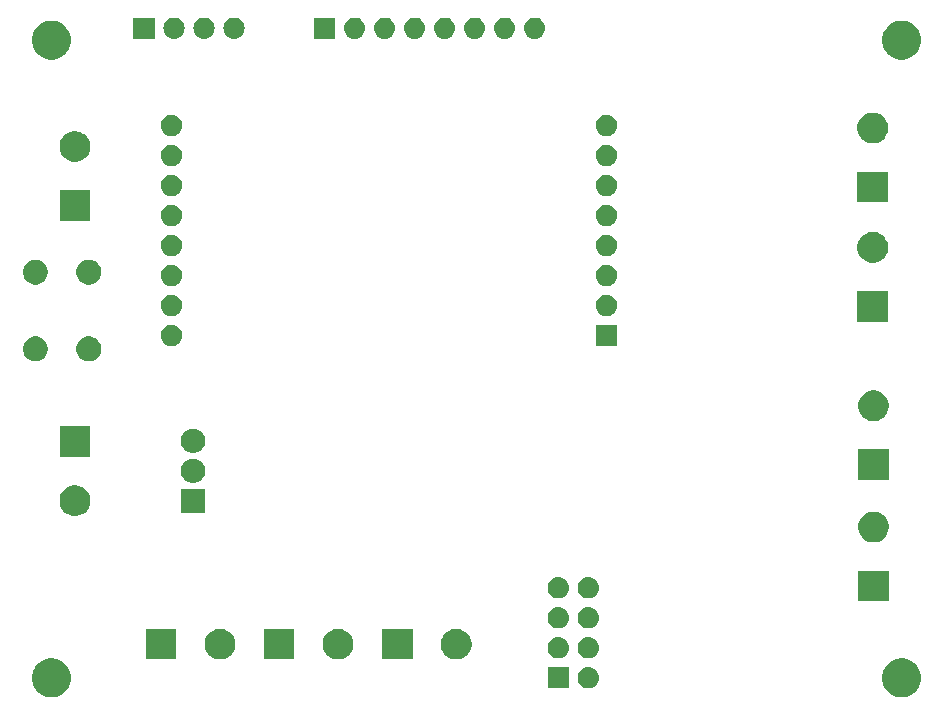
<source format=gbr>
G04 #@! TF.GenerationSoftware,KiCad,Pcbnew,5.1.2*
G04 #@! TF.CreationDate,2019-07-01T14:10:27+02:00*
G04 #@! TF.ProjectId,pcb,7063622e-6b69-4636-9164-5f7063625858,rev?*
G04 #@! TF.SameCoordinates,Original*
G04 #@! TF.FileFunction,Soldermask,Bot*
G04 #@! TF.FilePolarity,Negative*
%FSLAX46Y46*%
G04 Gerber Fmt 4.6, Leading zero omitted, Abs format (unit mm)*
G04 Created by KiCad (PCBNEW 5.1.2) date 2019-07-01 14:10:27*
%MOMM*%
%LPD*%
G04 APERTURE LIST*
%ADD10C,0.100000*%
G04 APERTURE END LIST*
D10*
G36*
X54375256Y-86391298D02*
G01*
X54481579Y-86412447D01*
X54782042Y-86536903D01*
X55052451Y-86717585D01*
X55282415Y-86947549D01*
X55417126Y-87149158D01*
X55463098Y-87217960D01*
X55587553Y-87518422D01*
X55645348Y-87808973D01*
X55651000Y-87837391D01*
X55651000Y-88162609D01*
X55587553Y-88481579D01*
X55463097Y-88782042D01*
X55282415Y-89052451D01*
X55052451Y-89282415D01*
X54782042Y-89463097D01*
X54481579Y-89587553D01*
X54375256Y-89608702D01*
X54162611Y-89651000D01*
X53837389Y-89651000D01*
X53624744Y-89608702D01*
X53518421Y-89587553D01*
X53217958Y-89463097D01*
X52947549Y-89282415D01*
X52717585Y-89052451D01*
X52536903Y-88782042D01*
X52412447Y-88481579D01*
X52349000Y-88162609D01*
X52349000Y-87837391D01*
X52354653Y-87808973D01*
X52412447Y-87518422D01*
X52536902Y-87217960D01*
X52582874Y-87149158D01*
X52717585Y-86947549D01*
X52947549Y-86717585D01*
X53217958Y-86536903D01*
X53518421Y-86412447D01*
X53624744Y-86391298D01*
X53837389Y-86349000D01*
X54162611Y-86349000D01*
X54375256Y-86391298D01*
X54375256Y-86391298D01*
G37*
G36*
X126375256Y-86391298D02*
G01*
X126481579Y-86412447D01*
X126782042Y-86536903D01*
X127052451Y-86717585D01*
X127282415Y-86947549D01*
X127417126Y-87149158D01*
X127463098Y-87217960D01*
X127587553Y-87518422D01*
X127645348Y-87808973D01*
X127651000Y-87837391D01*
X127651000Y-88162609D01*
X127587553Y-88481579D01*
X127463097Y-88782042D01*
X127282415Y-89052451D01*
X127052451Y-89282415D01*
X126782042Y-89463097D01*
X126481579Y-89587553D01*
X126375256Y-89608702D01*
X126162611Y-89651000D01*
X125837389Y-89651000D01*
X125624744Y-89608702D01*
X125518421Y-89587553D01*
X125217958Y-89463097D01*
X124947549Y-89282415D01*
X124717585Y-89052451D01*
X124536903Y-88782042D01*
X124412447Y-88481579D01*
X124349000Y-88162609D01*
X124349000Y-87837391D01*
X124354653Y-87808973D01*
X124412447Y-87518422D01*
X124536902Y-87217960D01*
X124582874Y-87149158D01*
X124717585Y-86947549D01*
X124947549Y-86717585D01*
X125217958Y-86536903D01*
X125518421Y-86412447D01*
X125624744Y-86391298D01*
X125837389Y-86349000D01*
X126162611Y-86349000D01*
X126375256Y-86391298D01*
X126375256Y-86391298D01*
G37*
G36*
X99576843Y-87091119D02*
G01*
X99643027Y-87097637D01*
X99812866Y-87149157D01*
X99969391Y-87232822D01*
X100005129Y-87262152D01*
X100106586Y-87345414D01*
X100189848Y-87446871D01*
X100219178Y-87482609D01*
X100302843Y-87639134D01*
X100354363Y-87808973D01*
X100371759Y-87985600D01*
X100354363Y-88162227D01*
X100302843Y-88332066D01*
X100219178Y-88488591D01*
X100189848Y-88524329D01*
X100106586Y-88625786D01*
X100005129Y-88709048D01*
X99969391Y-88738378D01*
X99812866Y-88822043D01*
X99643027Y-88873563D01*
X99576842Y-88880082D01*
X99510660Y-88886600D01*
X99422140Y-88886600D01*
X99355958Y-88880082D01*
X99289773Y-88873563D01*
X99119934Y-88822043D01*
X98963409Y-88738378D01*
X98927671Y-88709048D01*
X98826214Y-88625786D01*
X98742952Y-88524329D01*
X98713622Y-88488591D01*
X98629957Y-88332066D01*
X98578437Y-88162227D01*
X98561041Y-87985600D01*
X98578437Y-87808973D01*
X98629957Y-87639134D01*
X98713622Y-87482609D01*
X98742952Y-87446871D01*
X98826214Y-87345414D01*
X98927671Y-87262152D01*
X98963409Y-87232822D01*
X99119934Y-87149157D01*
X99289773Y-87097637D01*
X99355957Y-87091119D01*
X99422140Y-87084600D01*
X99510660Y-87084600D01*
X99576843Y-87091119D01*
X99576843Y-87091119D01*
G37*
G36*
X97827400Y-88886600D02*
G01*
X96025400Y-88886600D01*
X96025400Y-87084600D01*
X97827400Y-87084600D01*
X97827400Y-88886600D01*
X97827400Y-88886600D01*
G37*
G36*
X88661687Y-83890996D02*
G01*
X88898453Y-83989068D01*
X88898455Y-83989069D01*
X89111539Y-84131447D01*
X89292753Y-84312661D01*
X89435132Y-84525747D01*
X89533204Y-84762513D01*
X89583200Y-85013861D01*
X89583200Y-85270139D01*
X89533204Y-85521487D01*
X89491476Y-85622227D01*
X89435131Y-85758255D01*
X89292753Y-85971339D01*
X89111539Y-86152553D01*
X88898455Y-86294931D01*
X88898454Y-86294932D01*
X88898453Y-86294932D01*
X88661687Y-86393004D01*
X88410339Y-86443000D01*
X88154061Y-86443000D01*
X87902713Y-86393004D01*
X87665947Y-86294932D01*
X87665946Y-86294932D01*
X87665945Y-86294931D01*
X87452861Y-86152553D01*
X87271647Y-85971339D01*
X87129269Y-85758255D01*
X87072924Y-85622227D01*
X87031196Y-85521487D01*
X86981200Y-85270139D01*
X86981200Y-85013861D01*
X87031196Y-84762513D01*
X87129268Y-84525747D01*
X87271647Y-84312661D01*
X87452861Y-84131447D01*
X87665945Y-83989069D01*
X87665947Y-83989068D01*
X87902713Y-83890996D01*
X88154061Y-83841000D01*
X88410339Y-83841000D01*
X88661687Y-83890996D01*
X88661687Y-83890996D01*
G37*
G36*
X64583200Y-86443000D02*
G01*
X61981200Y-86443000D01*
X61981200Y-83841000D01*
X64583200Y-83841000D01*
X64583200Y-86443000D01*
X64583200Y-86443000D01*
G37*
G36*
X68661687Y-83890996D02*
G01*
X68898453Y-83989068D01*
X68898455Y-83989069D01*
X69111539Y-84131447D01*
X69292753Y-84312661D01*
X69435132Y-84525747D01*
X69533204Y-84762513D01*
X69583200Y-85013861D01*
X69583200Y-85270139D01*
X69533204Y-85521487D01*
X69491476Y-85622227D01*
X69435131Y-85758255D01*
X69292753Y-85971339D01*
X69111539Y-86152553D01*
X68898455Y-86294931D01*
X68898454Y-86294932D01*
X68898453Y-86294932D01*
X68661687Y-86393004D01*
X68410339Y-86443000D01*
X68154061Y-86443000D01*
X67902713Y-86393004D01*
X67665947Y-86294932D01*
X67665946Y-86294932D01*
X67665945Y-86294931D01*
X67452861Y-86152553D01*
X67271647Y-85971339D01*
X67129269Y-85758255D01*
X67072924Y-85622227D01*
X67031196Y-85521487D01*
X66981200Y-85270139D01*
X66981200Y-85013861D01*
X67031196Y-84762513D01*
X67129268Y-84525747D01*
X67271647Y-84312661D01*
X67452861Y-84131447D01*
X67665945Y-83989069D01*
X67665947Y-83989068D01*
X67902713Y-83890996D01*
X68154061Y-83841000D01*
X68410339Y-83841000D01*
X68661687Y-83890996D01*
X68661687Y-83890996D01*
G37*
G36*
X78661687Y-83890996D02*
G01*
X78898453Y-83989068D01*
X78898455Y-83989069D01*
X79111539Y-84131447D01*
X79292753Y-84312661D01*
X79435132Y-84525747D01*
X79533204Y-84762513D01*
X79583200Y-85013861D01*
X79583200Y-85270139D01*
X79533204Y-85521487D01*
X79491476Y-85622227D01*
X79435131Y-85758255D01*
X79292753Y-85971339D01*
X79111539Y-86152553D01*
X78898455Y-86294931D01*
X78898454Y-86294932D01*
X78898453Y-86294932D01*
X78661687Y-86393004D01*
X78410339Y-86443000D01*
X78154061Y-86443000D01*
X77902713Y-86393004D01*
X77665947Y-86294932D01*
X77665946Y-86294932D01*
X77665945Y-86294931D01*
X77452861Y-86152553D01*
X77271647Y-85971339D01*
X77129269Y-85758255D01*
X77072924Y-85622227D01*
X77031196Y-85521487D01*
X76981200Y-85270139D01*
X76981200Y-85013861D01*
X77031196Y-84762513D01*
X77129268Y-84525747D01*
X77271647Y-84312661D01*
X77452861Y-84131447D01*
X77665945Y-83989069D01*
X77665947Y-83989068D01*
X77902713Y-83890996D01*
X78154061Y-83841000D01*
X78410339Y-83841000D01*
X78661687Y-83890996D01*
X78661687Y-83890996D01*
G37*
G36*
X74583200Y-86443000D02*
G01*
X71981200Y-86443000D01*
X71981200Y-83841000D01*
X74583200Y-83841000D01*
X74583200Y-86443000D01*
X74583200Y-86443000D01*
G37*
G36*
X84583200Y-86443000D02*
G01*
X81981200Y-86443000D01*
X81981200Y-83841000D01*
X84583200Y-83841000D01*
X84583200Y-86443000D01*
X84583200Y-86443000D01*
G37*
G36*
X97036842Y-84551118D02*
G01*
X97103027Y-84557637D01*
X97272866Y-84609157D01*
X97429391Y-84692822D01*
X97465129Y-84722152D01*
X97566586Y-84805414D01*
X97649848Y-84906871D01*
X97679178Y-84942609D01*
X97762843Y-85099134D01*
X97814363Y-85268973D01*
X97831759Y-85445600D01*
X97814363Y-85622227D01*
X97762843Y-85792066D01*
X97679178Y-85948591D01*
X97660509Y-85971339D01*
X97566586Y-86085786D01*
X97485229Y-86152553D01*
X97429391Y-86198378D01*
X97272866Y-86282043D01*
X97103027Y-86333563D01*
X97036843Y-86340081D01*
X96970660Y-86346600D01*
X96882140Y-86346600D01*
X96815957Y-86340081D01*
X96749773Y-86333563D01*
X96579934Y-86282043D01*
X96423409Y-86198378D01*
X96367571Y-86152553D01*
X96286214Y-86085786D01*
X96192291Y-85971339D01*
X96173622Y-85948591D01*
X96089957Y-85792066D01*
X96038437Y-85622227D01*
X96021041Y-85445600D01*
X96038437Y-85268973D01*
X96089957Y-85099134D01*
X96173622Y-84942609D01*
X96202952Y-84906871D01*
X96286214Y-84805414D01*
X96387671Y-84722152D01*
X96423409Y-84692822D01*
X96579934Y-84609157D01*
X96749773Y-84557637D01*
X96815958Y-84551118D01*
X96882140Y-84544600D01*
X96970660Y-84544600D01*
X97036842Y-84551118D01*
X97036842Y-84551118D01*
G37*
G36*
X99576842Y-84551118D02*
G01*
X99643027Y-84557637D01*
X99812866Y-84609157D01*
X99969391Y-84692822D01*
X100005129Y-84722152D01*
X100106586Y-84805414D01*
X100189848Y-84906871D01*
X100219178Y-84942609D01*
X100302843Y-85099134D01*
X100354363Y-85268973D01*
X100371759Y-85445600D01*
X100354363Y-85622227D01*
X100302843Y-85792066D01*
X100219178Y-85948591D01*
X100200509Y-85971339D01*
X100106586Y-86085786D01*
X100025229Y-86152553D01*
X99969391Y-86198378D01*
X99812866Y-86282043D01*
X99643027Y-86333563D01*
X99576843Y-86340081D01*
X99510660Y-86346600D01*
X99422140Y-86346600D01*
X99355957Y-86340081D01*
X99289773Y-86333563D01*
X99119934Y-86282043D01*
X98963409Y-86198378D01*
X98907571Y-86152553D01*
X98826214Y-86085786D01*
X98732291Y-85971339D01*
X98713622Y-85948591D01*
X98629957Y-85792066D01*
X98578437Y-85622227D01*
X98561041Y-85445600D01*
X98578437Y-85268973D01*
X98629957Y-85099134D01*
X98713622Y-84942609D01*
X98742952Y-84906871D01*
X98826214Y-84805414D01*
X98927671Y-84722152D01*
X98963409Y-84692822D01*
X99119934Y-84609157D01*
X99289773Y-84557637D01*
X99355958Y-84551118D01*
X99422140Y-84544600D01*
X99510660Y-84544600D01*
X99576842Y-84551118D01*
X99576842Y-84551118D01*
G37*
G36*
X97036843Y-82011119D02*
G01*
X97103027Y-82017637D01*
X97272866Y-82069157D01*
X97429391Y-82152822D01*
X97465129Y-82182152D01*
X97566586Y-82265414D01*
X97649848Y-82366871D01*
X97679178Y-82402609D01*
X97762843Y-82559134D01*
X97814363Y-82728973D01*
X97831759Y-82905600D01*
X97814363Y-83082227D01*
X97762843Y-83252066D01*
X97679178Y-83408591D01*
X97649848Y-83444329D01*
X97566586Y-83545786D01*
X97465129Y-83629048D01*
X97429391Y-83658378D01*
X97272866Y-83742043D01*
X97103027Y-83793563D01*
X97036843Y-83800081D01*
X96970660Y-83806600D01*
X96882140Y-83806600D01*
X96815957Y-83800081D01*
X96749773Y-83793563D01*
X96579934Y-83742043D01*
X96423409Y-83658378D01*
X96387671Y-83629048D01*
X96286214Y-83545786D01*
X96202952Y-83444329D01*
X96173622Y-83408591D01*
X96089957Y-83252066D01*
X96038437Y-83082227D01*
X96021041Y-82905600D01*
X96038437Y-82728973D01*
X96089957Y-82559134D01*
X96173622Y-82402609D01*
X96202952Y-82366871D01*
X96286214Y-82265414D01*
X96387671Y-82182152D01*
X96423409Y-82152822D01*
X96579934Y-82069157D01*
X96749773Y-82017637D01*
X96815957Y-82011119D01*
X96882140Y-82004600D01*
X96970660Y-82004600D01*
X97036843Y-82011119D01*
X97036843Y-82011119D01*
G37*
G36*
X99576843Y-82011119D02*
G01*
X99643027Y-82017637D01*
X99812866Y-82069157D01*
X99969391Y-82152822D01*
X100005129Y-82182152D01*
X100106586Y-82265414D01*
X100189848Y-82366871D01*
X100219178Y-82402609D01*
X100302843Y-82559134D01*
X100354363Y-82728973D01*
X100371759Y-82905600D01*
X100354363Y-83082227D01*
X100302843Y-83252066D01*
X100219178Y-83408591D01*
X100189848Y-83444329D01*
X100106586Y-83545786D01*
X100005129Y-83629048D01*
X99969391Y-83658378D01*
X99812866Y-83742043D01*
X99643027Y-83793563D01*
X99576843Y-83800081D01*
X99510660Y-83806600D01*
X99422140Y-83806600D01*
X99355957Y-83800081D01*
X99289773Y-83793563D01*
X99119934Y-83742043D01*
X98963409Y-83658378D01*
X98927671Y-83629048D01*
X98826214Y-83545786D01*
X98742952Y-83444329D01*
X98713622Y-83408591D01*
X98629957Y-83252066D01*
X98578437Y-83082227D01*
X98561041Y-82905600D01*
X98578437Y-82728973D01*
X98629957Y-82559134D01*
X98713622Y-82402609D01*
X98742952Y-82366871D01*
X98826214Y-82265414D01*
X98927671Y-82182152D01*
X98963409Y-82152822D01*
X99119934Y-82069157D01*
X99289773Y-82017637D01*
X99355957Y-82011119D01*
X99422140Y-82004600D01*
X99510660Y-82004600D01*
X99576843Y-82011119D01*
X99576843Y-82011119D01*
G37*
G36*
X124926800Y-81522400D02*
G01*
X122324800Y-81522400D01*
X122324800Y-78920400D01*
X124926800Y-78920400D01*
X124926800Y-81522400D01*
X124926800Y-81522400D01*
G37*
G36*
X97036842Y-79471118D02*
G01*
X97103027Y-79477637D01*
X97272866Y-79529157D01*
X97429391Y-79612822D01*
X97465129Y-79642152D01*
X97566586Y-79725414D01*
X97649848Y-79826871D01*
X97679178Y-79862609D01*
X97762843Y-80019134D01*
X97814363Y-80188973D01*
X97831759Y-80365600D01*
X97814363Y-80542227D01*
X97762843Y-80712066D01*
X97679178Y-80868591D01*
X97649848Y-80904329D01*
X97566586Y-81005786D01*
X97465129Y-81089048D01*
X97429391Y-81118378D01*
X97272866Y-81202043D01*
X97103027Y-81253563D01*
X97036842Y-81260082D01*
X96970660Y-81266600D01*
X96882140Y-81266600D01*
X96815958Y-81260082D01*
X96749773Y-81253563D01*
X96579934Y-81202043D01*
X96423409Y-81118378D01*
X96387671Y-81089048D01*
X96286214Y-81005786D01*
X96202952Y-80904329D01*
X96173622Y-80868591D01*
X96089957Y-80712066D01*
X96038437Y-80542227D01*
X96021041Y-80365600D01*
X96038437Y-80188973D01*
X96089957Y-80019134D01*
X96173622Y-79862609D01*
X96202952Y-79826871D01*
X96286214Y-79725414D01*
X96387671Y-79642152D01*
X96423409Y-79612822D01*
X96579934Y-79529157D01*
X96749773Y-79477637D01*
X96815958Y-79471118D01*
X96882140Y-79464600D01*
X96970660Y-79464600D01*
X97036842Y-79471118D01*
X97036842Y-79471118D01*
G37*
G36*
X99576842Y-79471118D02*
G01*
X99643027Y-79477637D01*
X99812866Y-79529157D01*
X99969391Y-79612822D01*
X100005129Y-79642152D01*
X100106586Y-79725414D01*
X100189848Y-79826871D01*
X100219178Y-79862609D01*
X100302843Y-80019134D01*
X100354363Y-80188973D01*
X100371759Y-80365600D01*
X100354363Y-80542227D01*
X100302843Y-80712066D01*
X100219178Y-80868591D01*
X100189848Y-80904329D01*
X100106586Y-81005786D01*
X100005129Y-81089048D01*
X99969391Y-81118378D01*
X99812866Y-81202043D01*
X99643027Y-81253563D01*
X99576842Y-81260082D01*
X99510660Y-81266600D01*
X99422140Y-81266600D01*
X99355958Y-81260082D01*
X99289773Y-81253563D01*
X99119934Y-81202043D01*
X98963409Y-81118378D01*
X98927671Y-81089048D01*
X98826214Y-81005786D01*
X98742952Y-80904329D01*
X98713622Y-80868591D01*
X98629957Y-80712066D01*
X98578437Y-80542227D01*
X98561041Y-80365600D01*
X98578437Y-80188973D01*
X98629957Y-80019134D01*
X98713622Y-79862609D01*
X98742952Y-79826871D01*
X98826214Y-79725414D01*
X98927671Y-79642152D01*
X98963409Y-79612822D01*
X99119934Y-79529157D01*
X99289773Y-79477637D01*
X99355958Y-79471118D01*
X99422140Y-79464600D01*
X99510660Y-79464600D01*
X99576842Y-79471118D01*
X99576842Y-79471118D01*
G37*
G36*
X124005287Y-73970396D02*
G01*
X124242053Y-74068468D01*
X124242055Y-74068469D01*
X124368461Y-74152931D01*
X124455139Y-74210847D01*
X124636353Y-74392061D01*
X124778732Y-74605147D01*
X124876804Y-74841913D01*
X124926800Y-75093261D01*
X124926800Y-75349539D01*
X124876804Y-75600887D01*
X124778732Y-75837653D01*
X124778731Y-75837655D01*
X124636353Y-76050739D01*
X124455139Y-76231953D01*
X124242055Y-76374331D01*
X124242054Y-76374332D01*
X124242053Y-76374332D01*
X124005287Y-76472404D01*
X123753939Y-76522400D01*
X123497661Y-76522400D01*
X123246313Y-76472404D01*
X123009547Y-76374332D01*
X123009546Y-76374332D01*
X123009545Y-76374331D01*
X122796461Y-76231953D01*
X122615247Y-76050739D01*
X122472869Y-75837655D01*
X122472868Y-75837653D01*
X122374796Y-75600887D01*
X122324800Y-75349539D01*
X122324800Y-75093261D01*
X122374796Y-74841913D01*
X122472868Y-74605147D01*
X122615247Y-74392061D01*
X122796461Y-74210847D01*
X122883139Y-74152931D01*
X123009545Y-74068469D01*
X123009547Y-74068468D01*
X123246313Y-73970396D01*
X123497661Y-73920400D01*
X123753939Y-73920400D01*
X124005287Y-73970396D01*
X124005287Y-73970396D01*
G37*
G36*
X56379487Y-71748996D02*
G01*
X56616253Y-71847068D01*
X56616255Y-71847069D01*
X56829339Y-71989447D01*
X57010553Y-72170661D01*
X57152932Y-72383747D01*
X57251004Y-72620513D01*
X57301000Y-72871861D01*
X57301000Y-73128139D01*
X57251004Y-73379487D01*
X57152932Y-73616253D01*
X57152931Y-73616255D01*
X57010553Y-73829339D01*
X56829339Y-74010553D01*
X56616255Y-74152931D01*
X56616254Y-74152932D01*
X56616253Y-74152932D01*
X56379487Y-74251004D01*
X56128139Y-74301000D01*
X55871861Y-74301000D01*
X55620513Y-74251004D01*
X55383747Y-74152932D01*
X55383746Y-74152932D01*
X55383745Y-74152931D01*
X55170661Y-74010553D01*
X54989447Y-73829339D01*
X54847069Y-73616255D01*
X54847068Y-73616253D01*
X54748996Y-73379487D01*
X54699000Y-73128139D01*
X54699000Y-72871861D01*
X54748996Y-72620513D01*
X54847068Y-72383747D01*
X54989447Y-72170661D01*
X55170661Y-71989447D01*
X55383745Y-71847069D01*
X55383747Y-71847068D01*
X55620513Y-71748996D01*
X55871861Y-71699000D01*
X56128139Y-71699000D01*
X56379487Y-71748996D01*
X56379487Y-71748996D01*
G37*
G36*
X67051000Y-74003500D02*
G01*
X64949000Y-74003500D01*
X64949000Y-71996500D01*
X67051000Y-71996500D01*
X67051000Y-74003500D01*
X67051000Y-74003500D01*
G37*
G36*
X66145936Y-69461340D02*
G01*
X66244220Y-69471020D01*
X66433381Y-69528401D01*
X66607712Y-69621583D01*
X66760515Y-69746985D01*
X66885917Y-69899788D01*
X66979099Y-70074119D01*
X67036480Y-70263280D01*
X67055855Y-70460000D01*
X67036480Y-70656720D01*
X66979099Y-70845881D01*
X66885917Y-71020212D01*
X66760515Y-71173015D01*
X66607712Y-71298417D01*
X66433381Y-71391599D01*
X66244220Y-71448980D01*
X66145936Y-71458660D01*
X66096795Y-71463500D01*
X65903205Y-71463500D01*
X65854064Y-71458660D01*
X65755780Y-71448980D01*
X65566619Y-71391599D01*
X65392288Y-71298417D01*
X65239485Y-71173015D01*
X65114083Y-71020212D01*
X65020901Y-70845881D01*
X64963520Y-70656720D01*
X64944145Y-70460000D01*
X64963520Y-70263280D01*
X65020901Y-70074119D01*
X65114083Y-69899788D01*
X65239485Y-69746985D01*
X65392288Y-69621583D01*
X65566619Y-69528401D01*
X65755780Y-69471020D01*
X65854064Y-69461340D01*
X65903205Y-69456500D01*
X66096795Y-69456500D01*
X66145936Y-69461340D01*
X66145936Y-69461340D01*
G37*
G36*
X124913400Y-71265200D02*
G01*
X122311400Y-71265200D01*
X122311400Y-68663200D01*
X124913400Y-68663200D01*
X124913400Y-71265200D01*
X124913400Y-71265200D01*
G37*
G36*
X57301000Y-69301000D02*
G01*
X54699000Y-69301000D01*
X54699000Y-66699000D01*
X57301000Y-66699000D01*
X57301000Y-69301000D01*
X57301000Y-69301000D01*
G37*
G36*
X66145936Y-66921340D02*
G01*
X66244220Y-66931020D01*
X66433381Y-66988401D01*
X66607712Y-67081583D01*
X66760515Y-67206985D01*
X66885917Y-67359788D01*
X66979099Y-67534119D01*
X67036480Y-67723280D01*
X67055855Y-67920000D01*
X67036480Y-68116720D01*
X66979099Y-68305881D01*
X66885917Y-68480212D01*
X66760515Y-68633015D01*
X66607712Y-68758417D01*
X66433381Y-68851599D01*
X66244220Y-68908980D01*
X66145936Y-68918660D01*
X66096795Y-68923500D01*
X65903205Y-68923500D01*
X65854064Y-68918660D01*
X65755780Y-68908980D01*
X65566619Y-68851599D01*
X65392288Y-68758417D01*
X65239485Y-68633015D01*
X65114083Y-68480212D01*
X65020901Y-68305881D01*
X64963520Y-68116720D01*
X64944145Y-67920000D01*
X64963520Y-67723280D01*
X65020901Y-67534119D01*
X65114083Y-67359788D01*
X65239485Y-67206985D01*
X65392288Y-67081583D01*
X65566619Y-66988401D01*
X65755780Y-66931020D01*
X65854064Y-66921340D01*
X65903205Y-66916500D01*
X66096795Y-66916500D01*
X66145936Y-66921340D01*
X66145936Y-66921340D01*
G37*
G36*
X123991887Y-63713196D02*
G01*
X124228653Y-63811268D01*
X124228655Y-63811269D01*
X124441739Y-63953647D01*
X124622953Y-64134861D01*
X124765332Y-64347947D01*
X124863404Y-64584713D01*
X124913400Y-64836061D01*
X124913400Y-65092339D01*
X124863404Y-65343687D01*
X124765332Y-65580453D01*
X124765331Y-65580455D01*
X124622953Y-65793539D01*
X124441739Y-65974753D01*
X124228655Y-66117131D01*
X124228654Y-66117132D01*
X124228653Y-66117132D01*
X123991887Y-66215204D01*
X123740539Y-66265200D01*
X123484261Y-66265200D01*
X123232913Y-66215204D01*
X122996147Y-66117132D01*
X122996146Y-66117132D01*
X122996145Y-66117131D01*
X122783061Y-65974753D01*
X122601847Y-65793539D01*
X122459469Y-65580455D01*
X122459468Y-65580453D01*
X122361396Y-65343687D01*
X122311400Y-65092339D01*
X122311400Y-64836061D01*
X122361396Y-64584713D01*
X122459468Y-64347947D01*
X122601847Y-64134861D01*
X122783061Y-63953647D01*
X122996145Y-63811269D01*
X122996147Y-63811268D01*
X123232913Y-63713196D01*
X123484261Y-63663200D01*
X123740539Y-63663200D01*
X123991887Y-63713196D01*
X123991887Y-63713196D01*
G37*
G36*
X57469264Y-59134189D02*
G01*
X57660533Y-59213415D01*
X57660535Y-59213416D01*
X57734460Y-59262811D01*
X57832673Y-59328435D01*
X57979065Y-59474827D01*
X58094085Y-59646967D01*
X58173311Y-59838236D01*
X58213700Y-60041284D01*
X58213700Y-60248316D01*
X58173311Y-60451364D01*
X58094085Y-60642633D01*
X58094084Y-60642635D01*
X57979065Y-60814773D01*
X57832673Y-60961165D01*
X57660535Y-61076184D01*
X57660534Y-61076185D01*
X57660533Y-61076185D01*
X57469264Y-61155411D01*
X57266216Y-61195800D01*
X57059184Y-61195800D01*
X56856136Y-61155411D01*
X56664867Y-61076185D01*
X56664866Y-61076185D01*
X56664865Y-61076184D01*
X56492727Y-60961165D01*
X56346335Y-60814773D01*
X56231316Y-60642635D01*
X56231315Y-60642633D01*
X56152089Y-60451364D01*
X56111700Y-60248316D01*
X56111700Y-60041284D01*
X56152089Y-59838236D01*
X56231315Y-59646967D01*
X56346335Y-59474827D01*
X56492727Y-59328435D01*
X56590940Y-59262811D01*
X56664865Y-59213416D01*
X56664867Y-59213415D01*
X56856136Y-59134189D01*
X57059184Y-59093800D01*
X57266216Y-59093800D01*
X57469264Y-59134189D01*
X57469264Y-59134189D01*
G37*
G36*
X52969264Y-59134189D02*
G01*
X53160533Y-59213415D01*
X53160535Y-59213416D01*
X53234460Y-59262811D01*
X53332673Y-59328435D01*
X53479065Y-59474827D01*
X53594085Y-59646967D01*
X53673311Y-59838236D01*
X53713700Y-60041284D01*
X53713700Y-60248316D01*
X53673311Y-60451364D01*
X53594085Y-60642633D01*
X53594084Y-60642635D01*
X53479065Y-60814773D01*
X53332673Y-60961165D01*
X53160535Y-61076184D01*
X53160534Y-61076185D01*
X53160533Y-61076185D01*
X52969264Y-61155411D01*
X52766216Y-61195800D01*
X52559184Y-61195800D01*
X52356136Y-61155411D01*
X52164867Y-61076185D01*
X52164866Y-61076185D01*
X52164865Y-61076184D01*
X51992727Y-60961165D01*
X51846335Y-60814773D01*
X51731316Y-60642635D01*
X51731315Y-60642633D01*
X51652089Y-60451364D01*
X51611700Y-60248316D01*
X51611700Y-60041284D01*
X51652089Y-59838236D01*
X51731315Y-59646967D01*
X51846335Y-59474827D01*
X51992727Y-59328435D01*
X52090940Y-59262811D01*
X52164865Y-59213416D01*
X52164867Y-59213415D01*
X52356136Y-59134189D01*
X52559184Y-59093800D01*
X52766216Y-59093800D01*
X52969264Y-59134189D01*
X52969264Y-59134189D01*
G37*
G36*
X64283512Y-58103927D02*
G01*
X64432812Y-58133624D01*
X64596784Y-58201544D01*
X64744354Y-58300147D01*
X64869853Y-58425646D01*
X64968456Y-58573216D01*
X65036376Y-58737188D01*
X65071000Y-58911259D01*
X65071000Y-59088741D01*
X65036376Y-59262812D01*
X64968456Y-59426784D01*
X64869853Y-59574354D01*
X64744354Y-59699853D01*
X64596784Y-59798456D01*
X64432812Y-59866376D01*
X64283512Y-59896073D01*
X64258742Y-59901000D01*
X64081258Y-59901000D01*
X64056488Y-59896073D01*
X63907188Y-59866376D01*
X63743216Y-59798456D01*
X63595646Y-59699853D01*
X63470147Y-59574354D01*
X63371544Y-59426784D01*
X63303624Y-59262812D01*
X63269000Y-59088741D01*
X63269000Y-58911259D01*
X63303624Y-58737188D01*
X63371544Y-58573216D01*
X63470147Y-58425646D01*
X63595646Y-58300147D01*
X63743216Y-58201544D01*
X63907188Y-58133624D01*
X64056488Y-58103927D01*
X64081258Y-58099000D01*
X64258742Y-58099000D01*
X64283512Y-58103927D01*
X64283512Y-58103927D01*
G37*
G36*
X101901000Y-59901000D02*
G01*
X100099000Y-59901000D01*
X100099000Y-58099000D01*
X101901000Y-58099000D01*
X101901000Y-59901000D01*
X101901000Y-59901000D01*
G37*
G36*
X124854220Y-57840560D02*
G01*
X122252220Y-57840560D01*
X122252220Y-55238560D01*
X124854220Y-55238560D01*
X124854220Y-57840560D01*
X124854220Y-57840560D01*
G37*
G36*
X64283512Y-55563927D02*
G01*
X64432812Y-55593624D01*
X64596784Y-55661544D01*
X64744354Y-55760147D01*
X64869853Y-55885646D01*
X64968456Y-56033216D01*
X65036376Y-56197188D01*
X65071000Y-56371259D01*
X65071000Y-56548741D01*
X65036376Y-56722812D01*
X64968456Y-56886784D01*
X64869853Y-57034354D01*
X64744354Y-57159853D01*
X64596784Y-57258456D01*
X64432812Y-57326376D01*
X64283512Y-57356073D01*
X64258742Y-57361000D01*
X64081258Y-57361000D01*
X64056488Y-57356073D01*
X63907188Y-57326376D01*
X63743216Y-57258456D01*
X63595646Y-57159853D01*
X63470147Y-57034354D01*
X63371544Y-56886784D01*
X63303624Y-56722812D01*
X63269000Y-56548741D01*
X63269000Y-56371259D01*
X63303624Y-56197188D01*
X63371544Y-56033216D01*
X63470147Y-55885646D01*
X63595646Y-55760147D01*
X63743216Y-55661544D01*
X63907188Y-55593624D01*
X64056488Y-55563927D01*
X64081258Y-55559000D01*
X64258742Y-55559000D01*
X64283512Y-55563927D01*
X64283512Y-55563927D01*
G37*
G36*
X101113512Y-55563927D02*
G01*
X101262812Y-55593624D01*
X101426784Y-55661544D01*
X101574354Y-55760147D01*
X101699853Y-55885646D01*
X101798456Y-56033216D01*
X101866376Y-56197188D01*
X101901000Y-56371259D01*
X101901000Y-56548741D01*
X101866376Y-56722812D01*
X101798456Y-56886784D01*
X101699853Y-57034354D01*
X101574354Y-57159853D01*
X101426784Y-57258456D01*
X101262812Y-57326376D01*
X101113512Y-57356073D01*
X101088742Y-57361000D01*
X100911258Y-57361000D01*
X100886488Y-57356073D01*
X100737188Y-57326376D01*
X100573216Y-57258456D01*
X100425646Y-57159853D01*
X100300147Y-57034354D01*
X100201544Y-56886784D01*
X100133624Y-56722812D01*
X100099000Y-56548741D01*
X100099000Y-56371259D01*
X100133624Y-56197188D01*
X100201544Y-56033216D01*
X100300147Y-55885646D01*
X100425646Y-55760147D01*
X100573216Y-55661544D01*
X100737188Y-55593624D01*
X100886488Y-55563927D01*
X100911258Y-55559000D01*
X101088742Y-55559000D01*
X101113512Y-55563927D01*
X101113512Y-55563927D01*
G37*
G36*
X101113512Y-53023927D02*
G01*
X101262812Y-53053624D01*
X101426784Y-53121544D01*
X101574354Y-53220147D01*
X101699853Y-53345646D01*
X101798456Y-53493216D01*
X101866376Y-53657188D01*
X101901000Y-53831259D01*
X101901000Y-54008741D01*
X101866376Y-54182812D01*
X101798456Y-54346784D01*
X101699853Y-54494354D01*
X101574354Y-54619853D01*
X101426784Y-54718456D01*
X101262812Y-54786376D01*
X101113512Y-54816073D01*
X101088742Y-54821000D01*
X100911258Y-54821000D01*
X100886488Y-54816073D01*
X100737188Y-54786376D01*
X100573216Y-54718456D01*
X100425646Y-54619853D01*
X100300147Y-54494354D01*
X100201544Y-54346784D01*
X100133624Y-54182812D01*
X100099000Y-54008741D01*
X100099000Y-53831259D01*
X100133624Y-53657188D01*
X100201544Y-53493216D01*
X100300147Y-53345646D01*
X100425646Y-53220147D01*
X100573216Y-53121544D01*
X100737188Y-53053624D01*
X100886488Y-53023927D01*
X100911258Y-53019000D01*
X101088742Y-53019000D01*
X101113512Y-53023927D01*
X101113512Y-53023927D01*
G37*
G36*
X64283512Y-53023927D02*
G01*
X64432812Y-53053624D01*
X64596784Y-53121544D01*
X64744354Y-53220147D01*
X64869853Y-53345646D01*
X64968456Y-53493216D01*
X65036376Y-53657188D01*
X65071000Y-53831259D01*
X65071000Y-54008741D01*
X65036376Y-54182812D01*
X64968456Y-54346784D01*
X64869853Y-54494354D01*
X64744354Y-54619853D01*
X64596784Y-54718456D01*
X64432812Y-54786376D01*
X64283512Y-54816073D01*
X64258742Y-54821000D01*
X64081258Y-54821000D01*
X64056488Y-54816073D01*
X63907188Y-54786376D01*
X63743216Y-54718456D01*
X63595646Y-54619853D01*
X63470147Y-54494354D01*
X63371544Y-54346784D01*
X63303624Y-54182812D01*
X63269000Y-54008741D01*
X63269000Y-53831259D01*
X63303624Y-53657188D01*
X63371544Y-53493216D01*
X63470147Y-53345646D01*
X63595646Y-53220147D01*
X63743216Y-53121544D01*
X63907188Y-53053624D01*
X64056488Y-53023927D01*
X64081258Y-53019000D01*
X64258742Y-53019000D01*
X64283512Y-53023927D01*
X64283512Y-53023927D01*
G37*
G36*
X57469264Y-52634189D02*
G01*
X57610020Y-52692492D01*
X57660535Y-52713416D01*
X57832673Y-52828435D01*
X57979065Y-52974827D01*
X58031716Y-53053624D01*
X58094085Y-53146967D01*
X58173311Y-53338236D01*
X58213700Y-53541284D01*
X58213700Y-53748316D01*
X58173311Y-53951364D01*
X58149544Y-54008742D01*
X58094084Y-54142635D01*
X57979065Y-54314773D01*
X57832673Y-54461165D01*
X57660535Y-54576184D01*
X57660534Y-54576185D01*
X57660533Y-54576185D01*
X57469264Y-54655411D01*
X57266216Y-54695800D01*
X57059184Y-54695800D01*
X56856136Y-54655411D01*
X56664867Y-54576185D01*
X56664866Y-54576185D01*
X56664865Y-54576184D01*
X56492727Y-54461165D01*
X56346335Y-54314773D01*
X56231316Y-54142635D01*
X56175856Y-54008742D01*
X56152089Y-53951364D01*
X56111700Y-53748316D01*
X56111700Y-53541284D01*
X56152089Y-53338236D01*
X56231315Y-53146967D01*
X56293685Y-53053624D01*
X56346335Y-52974827D01*
X56492727Y-52828435D01*
X56664865Y-52713416D01*
X56715380Y-52692492D01*
X56856136Y-52634189D01*
X57059184Y-52593800D01*
X57266216Y-52593800D01*
X57469264Y-52634189D01*
X57469264Y-52634189D01*
G37*
G36*
X52969264Y-52634189D02*
G01*
X53110020Y-52692492D01*
X53160535Y-52713416D01*
X53332673Y-52828435D01*
X53479065Y-52974827D01*
X53531716Y-53053624D01*
X53594085Y-53146967D01*
X53673311Y-53338236D01*
X53713700Y-53541284D01*
X53713700Y-53748316D01*
X53673311Y-53951364D01*
X53649544Y-54008742D01*
X53594084Y-54142635D01*
X53479065Y-54314773D01*
X53332673Y-54461165D01*
X53160535Y-54576184D01*
X53160534Y-54576185D01*
X53160533Y-54576185D01*
X52969264Y-54655411D01*
X52766216Y-54695800D01*
X52559184Y-54695800D01*
X52356136Y-54655411D01*
X52164867Y-54576185D01*
X52164866Y-54576185D01*
X52164865Y-54576184D01*
X51992727Y-54461165D01*
X51846335Y-54314773D01*
X51731316Y-54142635D01*
X51675856Y-54008742D01*
X51652089Y-53951364D01*
X51611700Y-53748316D01*
X51611700Y-53541284D01*
X51652089Y-53338236D01*
X51731315Y-53146967D01*
X51793685Y-53053624D01*
X51846335Y-52974827D01*
X51992727Y-52828435D01*
X52164865Y-52713416D01*
X52215380Y-52692492D01*
X52356136Y-52634189D01*
X52559184Y-52593800D01*
X52766216Y-52593800D01*
X52969264Y-52634189D01*
X52969264Y-52634189D01*
G37*
G36*
X123932707Y-50288556D02*
G01*
X124169473Y-50386628D01*
X124169475Y-50386629D01*
X124382559Y-50529007D01*
X124563773Y-50710221D01*
X124627535Y-50805647D01*
X124706152Y-50923307D01*
X124804224Y-51160073D01*
X124854220Y-51411421D01*
X124854220Y-51667699D01*
X124804224Y-51919047D01*
X124706152Y-52155813D01*
X124706151Y-52155815D01*
X124563773Y-52368899D01*
X124382559Y-52550113D01*
X124169475Y-52692491D01*
X124169474Y-52692492D01*
X124169473Y-52692492D01*
X123932707Y-52790564D01*
X123681359Y-52840560D01*
X123425081Y-52840560D01*
X123173733Y-52790564D01*
X122936967Y-52692492D01*
X122936966Y-52692492D01*
X122936965Y-52692491D01*
X122723881Y-52550113D01*
X122542667Y-52368899D01*
X122400289Y-52155815D01*
X122400288Y-52155813D01*
X122302216Y-51919047D01*
X122252220Y-51667699D01*
X122252220Y-51411421D01*
X122302216Y-51160073D01*
X122400288Y-50923307D01*
X122478906Y-50805647D01*
X122542667Y-50710221D01*
X122723881Y-50529007D01*
X122936965Y-50386629D01*
X122936967Y-50386628D01*
X123173733Y-50288556D01*
X123425081Y-50238560D01*
X123681359Y-50238560D01*
X123932707Y-50288556D01*
X123932707Y-50288556D01*
G37*
G36*
X64283512Y-50483927D02*
G01*
X64432812Y-50513624D01*
X64596784Y-50581544D01*
X64744354Y-50680147D01*
X64869853Y-50805646D01*
X64968456Y-50953216D01*
X65036376Y-51117188D01*
X65071000Y-51291259D01*
X65071000Y-51468741D01*
X65036376Y-51642812D01*
X64968456Y-51806784D01*
X64869853Y-51954354D01*
X64744354Y-52079853D01*
X64596784Y-52178456D01*
X64432812Y-52246376D01*
X64283512Y-52276073D01*
X64258742Y-52281000D01*
X64081258Y-52281000D01*
X64056488Y-52276073D01*
X63907188Y-52246376D01*
X63743216Y-52178456D01*
X63595646Y-52079853D01*
X63470147Y-51954354D01*
X63371544Y-51806784D01*
X63303624Y-51642812D01*
X63269000Y-51468741D01*
X63269000Y-51291259D01*
X63303624Y-51117188D01*
X63371544Y-50953216D01*
X63470147Y-50805646D01*
X63595646Y-50680147D01*
X63743216Y-50581544D01*
X63907188Y-50513624D01*
X64056488Y-50483927D01*
X64081258Y-50479000D01*
X64258742Y-50479000D01*
X64283512Y-50483927D01*
X64283512Y-50483927D01*
G37*
G36*
X101113512Y-50483927D02*
G01*
X101262812Y-50513624D01*
X101426784Y-50581544D01*
X101574354Y-50680147D01*
X101699853Y-50805646D01*
X101798456Y-50953216D01*
X101866376Y-51117188D01*
X101901000Y-51291259D01*
X101901000Y-51468741D01*
X101866376Y-51642812D01*
X101798456Y-51806784D01*
X101699853Y-51954354D01*
X101574354Y-52079853D01*
X101426784Y-52178456D01*
X101262812Y-52246376D01*
X101113512Y-52276073D01*
X101088742Y-52281000D01*
X100911258Y-52281000D01*
X100886488Y-52276073D01*
X100737188Y-52246376D01*
X100573216Y-52178456D01*
X100425646Y-52079853D01*
X100300147Y-51954354D01*
X100201544Y-51806784D01*
X100133624Y-51642812D01*
X100099000Y-51468741D01*
X100099000Y-51291259D01*
X100133624Y-51117188D01*
X100201544Y-50953216D01*
X100300147Y-50805646D01*
X100425646Y-50680147D01*
X100573216Y-50581544D01*
X100737188Y-50513624D01*
X100886488Y-50483927D01*
X100911258Y-50479000D01*
X101088742Y-50479000D01*
X101113512Y-50483927D01*
X101113512Y-50483927D01*
G37*
G36*
X101113512Y-47943927D02*
G01*
X101262812Y-47973624D01*
X101426784Y-48041544D01*
X101574354Y-48140147D01*
X101699853Y-48265646D01*
X101798456Y-48413216D01*
X101866376Y-48577188D01*
X101901000Y-48751259D01*
X101901000Y-48928741D01*
X101866376Y-49102812D01*
X101798456Y-49266784D01*
X101699853Y-49414354D01*
X101574354Y-49539853D01*
X101426784Y-49638456D01*
X101262812Y-49706376D01*
X101113512Y-49736073D01*
X101088742Y-49741000D01*
X100911258Y-49741000D01*
X100886488Y-49736073D01*
X100737188Y-49706376D01*
X100573216Y-49638456D01*
X100425646Y-49539853D01*
X100300147Y-49414354D01*
X100201544Y-49266784D01*
X100133624Y-49102812D01*
X100099000Y-48928741D01*
X100099000Y-48751259D01*
X100133624Y-48577188D01*
X100201544Y-48413216D01*
X100300147Y-48265646D01*
X100425646Y-48140147D01*
X100573216Y-48041544D01*
X100737188Y-47973624D01*
X100886488Y-47943927D01*
X100911258Y-47939000D01*
X101088742Y-47939000D01*
X101113512Y-47943927D01*
X101113512Y-47943927D01*
G37*
G36*
X64283512Y-47943927D02*
G01*
X64432812Y-47973624D01*
X64596784Y-48041544D01*
X64744354Y-48140147D01*
X64869853Y-48265646D01*
X64968456Y-48413216D01*
X65036376Y-48577188D01*
X65071000Y-48751259D01*
X65071000Y-48928741D01*
X65036376Y-49102812D01*
X64968456Y-49266784D01*
X64869853Y-49414354D01*
X64744354Y-49539853D01*
X64596784Y-49638456D01*
X64432812Y-49706376D01*
X64283512Y-49736073D01*
X64258742Y-49741000D01*
X64081258Y-49741000D01*
X64056488Y-49736073D01*
X63907188Y-49706376D01*
X63743216Y-49638456D01*
X63595646Y-49539853D01*
X63470147Y-49414354D01*
X63371544Y-49266784D01*
X63303624Y-49102812D01*
X63269000Y-48928741D01*
X63269000Y-48751259D01*
X63303624Y-48577188D01*
X63371544Y-48413216D01*
X63470147Y-48265646D01*
X63595646Y-48140147D01*
X63743216Y-48041544D01*
X63907188Y-47973624D01*
X64056488Y-47943927D01*
X64081258Y-47939000D01*
X64258742Y-47939000D01*
X64283512Y-47943927D01*
X64283512Y-47943927D01*
G37*
G36*
X57301000Y-49301000D02*
G01*
X54699000Y-49301000D01*
X54699000Y-46699000D01*
X57301000Y-46699000D01*
X57301000Y-49301000D01*
X57301000Y-49301000D01*
G37*
G36*
X124854220Y-47737280D02*
G01*
X122252220Y-47737280D01*
X122252220Y-45135280D01*
X124854220Y-45135280D01*
X124854220Y-47737280D01*
X124854220Y-47737280D01*
G37*
G36*
X101113512Y-45403927D02*
G01*
X101262812Y-45433624D01*
X101426784Y-45501544D01*
X101574354Y-45600147D01*
X101699853Y-45725646D01*
X101798456Y-45873216D01*
X101866376Y-46037188D01*
X101901000Y-46211259D01*
X101901000Y-46388741D01*
X101866376Y-46562812D01*
X101798456Y-46726784D01*
X101699853Y-46874354D01*
X101574354Y-46999853D01*
X101426784Y-47098456D01*
X101262812Y-47166376D01*
X101113512Y-47196073D01*
X101088742Y-47201000D01*
X100911258Y-47201000D01*
X100886488Y-47196073D01*
X100737188Y-47166376D01*
X100573216Y-47098456D01*
X100425646Y-46999853D01*
X100300147Y-46874354D01*
X100201544Y-46726784D01*
X100133624Y-46562812D01*
X100099000Y-46388741D01*
X100099000Y-46211259D01*
X100133624Y-46037188D01*
X100201544Y-45873216D01*
X100300147Y-45725646D01*
X100425646Y-45600147D01*
X100573216Y-45501544D01*
X100737188Y-45433624D01*
X100886488Y-45403927D01*
X100911258Y-45399000D01*
X101088742Y-45399000D01*
X101113512Y-45403927D01*
X101113512Y-45403927D01*
G37*
G36*
X64283512Y-45403927D02*
G01*
X64432812Y-45433624D01*
X64596784Y-45501544D01*
X64744354Y-45600147D01*
X64869853Y-45725646D01*
X64968456Y-45873216D01*
X65036376Y-46037188D01*
X65071000Y-46211259D01*
X65071000Y-46388741D01*
X65036376Y-46562812D01*
X64968456Y-46726784D01*
X64869853Y-46874354D01*
X64744354Y-46999853D01*
X64596784Y-47098456D01*
X64432812Y-47166376D01*
X64283512Y-47196073D01*
X64258742Y-47201000D01*
X64081258Y-47201000D01*
X64056488Y-47196073D01*
X63907188Y-47166376D01*
X63743216Y-47098456D01*
X63595646Y-46999853D01*
X63470147Y-46874354D01*
X63371544Y-46726784D01*
X63303624Y-46562812D01*
X63269000Y-46388741D01*
X63269000Y-46211259D01*
X63303624Y-46037188D01*
X63371544Y-45873216D01*
X63470147Y-45725646D01*
X63595646Y-45600147D01*
X63743216Y-45501544D01*
X63907188Y-45433624D01*
X64056488Y-45403927D01*
X64081258Y-45399000D01*
X64258742Y-45399000D01*
X64283512Y-45403927D01*
X64283512Y-45403927D01*
G37*
G36*
X64283512Y-42863927D02*
G01*
X64432812Y-42893624D01*
X64596784Y-42961544D01*
X64744354Y-43060147D01*
X64869853Y-43185646D01*
X64968456Y-43333216D01*
X65036376Y-43497188D01*
X65071000Y-43671259D01*
X65071000Y-43848741D01*
X65036376Y-44022812D01*
X64968456Y-44186784D01*
X64869853Y-44334354D01*
X64744354Y-44459853D01*
X64596784Y-44558456D01*
X64432812Y-44626376D01*
X64283512Y-44656073D01*
X64258742Y-44661000D01*
X64081258Y-44661000D01*
X64056488Y-44656073D01*
X63907188Y-44626376D01*
X63743216Y-44558456D01*
X63595646Y-44459853D01*
X63470147Y-44334354D01*
X63371544Y-44186784D01*
X63303624Y-44022812D01*
X63269000Y-43848741D01*
X63269000Y-43671259D01*
X63303624Y-43497188D01*
X63371544Y-43333216D01*
X63470147Y-43185646D01*
X63595646Y-43060147D01*
X63743216Y-42961544D01*
X63907188Y-42893624D01*
X64056488Y-42863927D01*
X64081258Y-42859000D01*
X64258742Y-42859000D01*
X64283512Y-42863927D01*
X64283512Y-42863927D01*
G37*
G36*
X101113512Y-42863927D02*
G01*
X101262812Y-42893624D01*
X101426784Y-42961544D01*
X101574354Y-43060147D01*
X101699853Y-43185646D01*
X101798456Y-43333216D01*
X101866376Y-43497188D01*
X101901000Y-43671259D01*
X101901000Y-43848741D01*
X101866376Y-44022812D01*
X101798456Y-44186784D01*
X101699853Y-44334354D01*
X101574354Y-44459853D01*
X101426784Y-44558456D01*
X101262812Y-44626376D01*
X101113512Y-44656073D01*
X101088742Y-44661000D01*
X100911258Y-44661000D01*
X100886488Y-44656073D01*
X100737188Y-44626376D01*
X100573216Y-44558456D01*
X100425646Y-44459853D01*
X100300147Y-44334354D01*
X100201544Y-44186784D01*
X100133624Y-44022812D01*
X100099000Y-43848741D01*
X100099000Y-43671259D01*
X100133624Y-43497188D01*
X100201544Y-43333216D01*
X100300147Y-43185646D01*
X100425646Y-43060147D01*
X100573216Y-42961544D01*
X100737188Y-42893624D01*
X100886488Y-42863927D01*
X100911258Y-42859000D01*
X101088742Y-42859000D01*
X101113512Y-42863927D01*
X101113512Y-42863927D01*
G37*
G36*
X56379487Y-41748996D02*
G01*
X56540688Y-41815768D01*
X56616255Y-41847069D01*
X56725184Y-41919853D01*
X56829339Y-41989447D01*
X57010553Y-42170661D01*
X57152932Y-42383747D01*
X57251004Y-42620513D01*
X57301000Y-42871861D01*
X57301000Y-43128139D01*
X57251004Y-43379487D01*
X57202250Y-43497188D01*
X57152931Y-43616255D01*
X57010553Y-43829339D01*
X56829339Y-44010553D01*
X56616255Y-44152931D01*
X56616254Y-44152932D01*
X56616253Y-44152932D01*
X56379487Y-44251004D01*
X56128139Y-44301000D01*
X55871861Y-44301000D01*
X55620513Y-44251004D01*
X55383747Y-44152932D01*
X55383746Y-44152932D01*
X55383745Y-44152931D01*
X55170661Y-44010553D01*
X54989447Y-43829339D01*
X54847069Y-43616255D01*
X54797750Y-43497188D01*
X54748996Y-43379487D01*
X54699000Y-43128139D01*
X54699000Y-42871861D01*
X54748996Y-42620513D01*
X54847068Y-42383747D01*
X54989447Y-42170661D01*
X55170661Y-41989447D01*
X55274816Y-41919853D01*
X55383745Y-41847069D01*
X55459312Y-41815768D01*
X55620513Y-41748996D01*
X55871861Y-41699000D01*
X56128139Y-41699000D01*
X56379487Y-41748996D01*
X56379487Y-41748996D01*
G37*
G36*
X123932707Y-40185276D02*
G01*
X124169473Y-40283348D01*
X124169475Y-40283349D01*
X124376299Y-40421544D01*
X124382559Y-40425727D01*
X124563773Y-40606941D01*
X124706152Y-40820027D01*
X124804224Y-41056793D01*
X124854220Y-41308141D01*
X124854220Y-41564419D01*
X124804224Y-41815767D01*
X124791258Y-41847069D01*
X124706151Y-42052535D01*
X124563773Y-42265619D01*
X124382559Y-42446833D01*
X124169475Y-42589211D01*
X124169474Y-42589212D01*
X124169473Y-42589212D01*
X123932707Y-42687284D01*
X123681359Y-42737280D01*
X123425081Y-42737280D01*
X123173733Y-42687284D01*
X122936967Y-42589212D01*
X122936966Y-42589212D01*
X122936965Y-42589211D01*
X122723881Y-42446833D01*
X122542667Y-42265619D01*
X122400289Y-42052535D01*
X122315182Y-41847069D01*
X122302216Y-41815767D01*
X122252220Y-41564419D01*
X122252220Y-41308141D01*
X122302216Y-41056793D01*
X122400288Y-40820027D01*
X122542667Y-40606941D01*
X122723881Y-40425727D01*
X122730141Y-40421544D01*
X122936965Y-40283349D01*
X122936967Y-40283348D01*
X123173733Y-40185276D01*
X123425081Y-40135280D01*
X123681359Y-40135280D01*
X123932707Y-40185276D01*
X123932707Y-40185276D01*
G37*
G36*
X101113512Y-40323927D02*
G01*
X101262812Y-40353624D01*
X101426784Y-40421544D01*
X101574354Y-40520147D01*
X101699853Y-40645646D01*
X101798456Y-40793216D01*
X101866376Y-40957188D01*
X101901000Y-41131259D01*
X101901000Y-41308741D01*
X101866376Y-41482812D01*
X101798456Y-41646784D01*
X101699853Y-41794354D01*
X101574354Y-41919853D01*
X101426784Y-42018456D01*
X101262812Y-42086376D01*
X101113512Y-42116073D01*
X101088742Y-42121000D01*
X100911258Y-42121000D01*
X100886488Y-42116073D01*
X100737188Y-42086376D01*
X100573216Y-42018456D01*
X100425646Y-41919853D01*
X100300147Y-41794354D01*
X100201544Y-41646784D01*
X100133624Y-41482812D01*
X100099000Y-41308741D01*
X100099000Y-41131259D01*
X100133624Y-40957188D01*
X100201544Y-40793216D01*
X100300147Y-40645646D01*
X100425646Y-40520147D01*
X100573216Y-40421544D01*
X100737188Y-40353624D01*
X100886488Y-40323927D01*
X100911258Y-40319000D01*
X101088742Y-40319000D01*
X101113512Y-40323927D01*
X101113512Y-40323927D01*
G37*
G36*
X64283512Y-40323927D02*
G01*
X64432812Y-40353624D01*
X64596784Y-40421544D01*
X64744354Y-40520147D01*
X64869853Y-40645646D01*
X64968456Y-40793216D01*
X65036376Y-40957188D01*
X65071000Y-41131259D01*
X65071000Y-41308741D01*
X65036376Y-41482812D01*
X64968456Y-41646784D01*
X64869853Y-41794354D01*
X64744354Y-41919853D01*
X64596784Y-42018456D01*
X64432812Y-42086376D01*
X64283512Y-42116073D01*
X64258742Y-42121000D01*
X64081258Y-42121000D01*
X64056488Y-42116073D01*
X63907188Y-42086376D01*
X63743216Y-42018456D01*
X63595646Y-41919853D01*
X63470147Y-41794354D01*
X63371544Y-41646784D01*
X63303624Y-41482812D01*
X63269000Y-41308741D01*
X63269000Y-41131259D01*
X63303624Y-40957188D01*
X63371544Y-40793216D01*
X63470147Y-40645646D01*
X63595646Y-40520147D01*
X63743216Y-40421544D01*
X63907188Y-40353624D01*
X64056488Y-40323927D01*
X64081258Y-40319000D01*
X64258742Y-40319000D01*
X64283512Y-40323927D01*
X64283512Y-40323927D01*
G37*
G36*
X126375256Y-32391298D02*
G01*
X126481579Y-32412447D01*
X126782042Y-32536903D01*
X127052451Y-32717585D01*
X127282415Y-32947549D01*
X127463097Y-33217958D01*
X127581162Y-33502991D01*
X127587553Y-33518422D01*
X127650812Y-33836443D01*
X127651000Y-33837391D01*
X127651000Y-34162609D01*
X127587553Y-34481579D01*
X127463097Y-34782042D01*
X127282415Y-35052451D01*
X127052451Y-35282415D01*
X126782042Y-35463097D01*
X126481579Y-35587553D01*
X126375256Y-35608702D01*
X126162611Y-35651000D01*
X125837389Y-35651000D01*
X125624744Y-35608702D01*
X125518421Y-35587553D01*
X125217958Y-35463097D01*
X124947549Y-35282415D01*
X124717585Y-35052451D01*
X124536903Y-34782042D01*
X124412447Y-34481579D01*
X124349000Y-34162609D01*
X124349000Y-33837391D01*
X124349189Y-33836443D01*
X124412447Y-33518422D01*
X124418839Y-33502991D01*
X124536903Y-33217958D01*
X124717585Y-32947549D01*
X124947549Y-32717585D01*
X125217958Y-32536903D01*
X125518421Y-32412447D01*
X125624744Y-32391298D01*
X125837389Y-32349000D01*
X126162611Y-32349000D01*
X126375256Y-32391298D01*
X126375256Y-32391298D01*
G37*
G36*
X54375256Y-32391298D02*
G01*
X54481579Y-32412447D01*
X54782042Y-32536903D01*
X55052451Y-32717585D01*
X55282415Y-32947549D01*
X55463097Y-33217958D01*
X55581162Y-33502991D01*
X55587553Y-33518422D01*
X55650812Y-33836443D01*
X55651000Y-33837391D01*
X55651000Y-34162609D01*
X55587553Y-34481579D01*
X55463097Y-34782042D01*
X55282415Y-35052451D01*
X55052451Y-35282415D01*
X54782042Y-35463097D01*
X54481579Y-35587553D01*
X54375256Y-35608702D01*
X54162611Y-35651000D01*
X53837389Y-35651000D01*
X53624744Y-35608702D01*
X53518421Y-35587553D01*
X53217958Y-35463097D01*
X52947549Y-35282415D01*
X52717585Y-35052451D01*
X52536903Y-34782042D01*
X52412447Y-34481579D01*
X52349000Y-34162609D01*
X52349000Y-33837391D01*
X52349189Y-33836443D01*
X52412447Y-33518422D01*
X52418839Y-33502991D01*
X52536903Y-33217958D01*
X52717585Y-32947549D01*
X52947549Y-32717585D01*
X53217958Y-32536903D01*
X53518421Y-32412447D01*
X53624744Y-32391298D01*
X53837389Y-32349000D01*
X54162611Y-32349000D01*
X54375256Y-32391298D01*
X54375256Y-32391298D01*
G37*
G36*
X69579443Y-32105519D02*
G01*
X69645627Y-32112037D01*
X69815466Y-32163557D01*
X69971991Y-32247222D01*
X70007729Y-32276552D01*
X70109186Y-32359814D01*
X70192448Y-32461271D01*
X70221778Y-32497009D01*
X70305443Y-32653534D01*
X70356963Y-32823373D01*
X70374359Y-33000000D01*
X70356963Y-33176627D01*
X70305443Y-33346466D01*
X70221778Y-33502991D01*
X70209114Y-33518422D01*
X70109186Y-33640186D01*
X70007729Y-33723448D01*
X69971991Y-33752778D01*
X69815466Y-33836443D01*
X69645627Y-33887963D01*
X69579442Y-33894482D01*
X69513260Y-33901000D01*
X69424740Y-33901000D01*
X69358558Y-33894482D01*
X69292373Y-33887963D01*
X69122534Y-33836443D01*
X68966009Y-33752778D01*
X68930271Y-33723448D01*
X68828814Y-33640186D01*
X68728886Y-33518422D01*
X68716222Y-33502991D01*
X68632557Y-33346466D01*
X68581037Y-33176627D01*
X68563641Y-33000000D01*
X68581037Y-32823373D01*
X68632557Y-32653534D01*
X68716222Y-32497009D01*
X68745552Y-32461271D01*
X68828814Y-32359814D01*
X68930271Y-32276552D01*
X68966009Y-32247222D01*
X69122534Y-32163557D01*
X69292373Y-32112037D01*
X69358557Y-32105519D01*
X69424740Y-32099000D01*
X69513260Y-32099000D01*
X69579443Y-32105519D01*
X69579443Y-32105519D01*
G37*
G36*
X62750000Y-33901000D02*
G01*
X60948000Y-33901000D01*
X60948000Y-32099000D01*
X62750000Y-32099000D01*
X62750000Y-33901000D01*
X62750000Y-33901000D01*
G37*
G36*
X78038760Y-33901000D02*
G01*
X76236760Y-33901000D01*
X76236760Y-32099000D01*
X78038760Y-32099000D01*
X78038760Y-33901000D01*
X78038760Y-33901000D01*
G37*
G36*
X79788203Y-32105519D02*
G01*
X79854387Y-32112037D01*
X80024226Y-32163557D01*
X80180751Y-32247222D01*
X80216489Y-32276552D01*
X80317946Y-32359814D01*
X80401208Y-32461271D01*
X80430538Y-32497009D01*
X80514203Y-32653534D01*
X80565723Y-32823373D01*
X80583119Y-33000000D01*
X80565723Y-33176627D01*
X80514203Y-33346466D01*
X80430538Y-33502991D01*
X80417874Y-33518422D01*
X80317946Y-33640186D01*
X80216489Y-33723448D01*
X80180751Y-33752778D01*
X80024226Y-33836443D01*
X79854387Y-33887963D01*
X79788202Y-33894482D01*
X79722020Y-33901000D01*
X79633500Y-33901000D01*
X79567318Y-33894482D01*
X79501133Y-33887963D01*
X79331294Y-33836443D01*
X79174769Y-33752778D01*
X79139031Y-33723448D01*
X79037574Y-33640186D01*
X78937646Y-33518422D01*
X78924982Y-33502991D01*
X78841317Y-33346466D01*
X78789797Y-33176627D01*
X78772401Y-33000000D01*
X78789797Y-32823373D01*
X78841317Y-32653534D01*
X78924982Y-32497009D01*
X78954312Y-32461271D01*
X79037574Y-32359814D01*
X79139031Y-32276552D01*
X79174769Y-32247222D01*
X79331294Y-32163557D01*
X79501133Y-32112037D01*
X79567317Y-32105519D01*
X79633500Y-32099000D01*
X79722020Y-32099000D01*
X79788203Y-32105519D01*
X79788203Y-32105519D01*
G37*
G36*
X82328203Y-32105519D02*
G01*
X82394387Y-32112037D01*
X82564226Y-32163557D01*
X82720751Y-32247222D01*
X82756489Y-32276552D01*
X82857946Y-32359814D01*
X82941208Y-32461271D01*
X82970538Y-32497009D01*
X83054203Y-32653534D01*
X83105723Y-32823373D01*
X83123119Y-33000000D01*
X83105723Y-33176627D01*
X83054203Y-33346466D01*
X82970538Y-33502991D01*
X82957874Y-33518422D01*
X82857946Y-33640186D01*
X82756489Y-33723448D01*
X82720751Y-33752778D01*
X82564226Y-33836443D01*
X82394387Y-33887963D01*
X82328202Y-33894482D01*
X82262020Y-33901000D01*
X82173500Y-33901000D01*
X82107318Y-33894482D01*
X82041133Y-33887963D01*
X81871294Y-33836443D01*
X81714769Y-33752778D01*
X81679031Y-33723448D01*
X81577574Y-33640186D01*
X81477646Y-33518422D01*
X81464982Y-33502991D01*
X81381317Y-33346466D01*
X81329797Y-33176627D01*
X81312401Y-33000000D01*
X81329797Y-32823373D01*
X81381317Y-32653534D01*
X81464982Y-32497009D01*
X81494312Y-32461271D01*
X81577574Y-32359814D01*
X81679031Y-32276552D01*
X81714769Y-32247222D01*
X81871294Y-32163557D01*
X82041133Y-32112037D01*
X82107317Y-32105519D01*
X82173500Y-32099000D01*
X82262020Y-32099000D01*
X82328203Y-32105519D01*
X82328203Y-32105519D01*
G37*
G36*
X84868203Y-32105519D02*
G01*
X84934387Y-32112037D01*
X85104226Y-32163557D01*
X85260751Y-32247222D01*
X85296489Y-32276552D01*
X85397946Y-32359814D01*
X85481208Y-32461271D01*
X85510538Y-32497009D01*
X85594203Y-32653534D01*
X85645723Y-32823373D01*
X85663119Y-33000000D01*
X85645723Y-33176627D01*
X85594203Y-33346466D01*
X85510538Y-33502991D01*
X85497874Y-33518422D01*
X85397946Y-33640186D01*
X85296489Y-33723448D01*
X85260751Y-33752778D01*
X85104226Y-33836443D01*
X84934387Y-33887963D01*
X84868202Y-33894482D01*
X84802020Y-33901000D01*
X84713500Y-33901000D01*
X84647318Y-33894482D01*
X84581133Y-33887963D01*
X84411294Y-33836443D01*
X84254769Y-33752778D01*
X84219031Y-33723448D01*
X84117574Y-33640186D01*
X84017646Y-33518422D01*
X84004982Y-33502991D01*
X83921317Y-33346466D01*
X83869797Y-33176627D01*
X83852401Y-33000000D01*
X83869797Y-32823373D01*
X83921317Y-32653534D01*
X84004982Y-32497009D01*
X84034312Y-32461271D01*
X84117574Y-32359814D01*
X84219031Y-32276552D01*
X84254769Y-32247222D01*
X84411294Y-32163557D01*
X84581133Y-32112037D01*
X84647317Y-32105519D01*
X84713500Y-32099000D01*
X84802020Y-32099000D01*
X84868203Y-32105519D01*
X84868203Y-32105519D01*
G37*
G36*
X87408203Y-32105519D02*
G01*
X87474387Y-32112037D01*
X87644226Y-32163557D01*
X87800751Y-32247222D01*
X87836489Y-32276552D01*
X87937946Y-32359814D01*
X88021208Y-32461271D01*
X88050538Y-32497009D01*
X88134203Y-32653534D01*
X88185723Y-32823373D01*
X88203119Y-33000000D01*
X88185723Y-33176627D01*
X88134203Y-33346466D01*
X88050538Y-33502991D01*
X88037874Y-33518422D01*
X87937946Y-33640186D01*
X87836489Y-33723448D01*
X87800751Y-33752778D01*
X87644226Y-33836443D01*
X87474387Y-33887963D01*
X87408202Y-33894482D01*
X87342020Y-33901000D01*
X87253500Y-33901000D01*
X87187318Y-33894482D01*
X87121133Y-33887963D01*
X86951294Y-33836443D01*
X86794769Y-33752778D01*
X86759031Y-33723448D01*
X86657574Y-33640186D01*
X86557646Y-33518422D01*
X86544982Y-33502991D01*
X86461317Y-33346466D01*
X86409797Y-33176627D01*
X86392401Y-33000000D01*
X86409797Y-32823373D01*
X86461317Y-32653534D01*
X86544982Y-32497009D01*
X86574312Y-32461271D01*
X86657574Y-32359814D01*
X86759031Y-32276552D01*
X86794769Y-32247222D01*
X86951294Y-32163557D01*
X87121133Y-32112037D01*
X87187317Y-32105519D01*
X87253500Y-32099000D01*
X87342020Y-32099000D01*
X87408203Y-32105519D01*
X87408203Y-32105519D01*
G37*
G36*
X89948203Y-32105519D02*
G01*
X90014387Y-32112037D01*
X90184226Y-32163557D01*
X90340751Y-32247222D01*
X90376489Y-32276552D01*
X90477946Y-32359814D01*
X90561208Y-32461271D01*
X90590538Y-32497009D01*
X90674203Y-32653534D01*
X90725723Y-32823373D01*
X90743119Y-33000000D01*
X90725723Y-33176627D01*
X90674203Y-33346466D01*
X90590538Y-33502991D01*
X90577874Y-33518422D01*
X90477946Y-33640186D01*
X90376489Y-33723448D01*
X90340751Y-33752778D01*
X90184226Y-33836443D01*
X90014387Y-33887963D01*
X89948202Y-33894482D01*
X89882020Y-33901000D01*
X89793500Y-33901000D01*
X89727318Y-33894482D01*
X89661133Y-33887963D01*
X89491294Y-33836443D01*
X89334769Y-33752778D01*
X89299031Y-33723448D01*
X89197574Y-33640186D01*
X89097646Y-33518422D01*
X89084982Y-33502991D01*
X89001317Y-33346466D01*
X88949797Y-33176627D01*
X88932401Y-33000000D01*
X88949797Y-32823373D01*
X89001317Y-32653534D01*
X89084982Y-32497009D01*
X89114312Y-32461271D01*
X89197574Y-32359814D01*
X89299031Y-32276552D01*
X89334769Y-32247222D01*
X89491294Y-32163557D01*
X89661133Y-32112037D01*
X89727317Y-32105519D01*
X89793500Y-32099000D01*
X89882020Y-32099000D01*
X89948203Y-32105519D01*
X89948203Y-32105519D01*
G37*
G36*
X92488203Y-32105519D02*
G01*
X92554387Y-32112037D01*
X92724226Y-32163557D01*
X92880751Y-32247222D01*
X92916489Y-32276552D01*
X93017946Y-32359814D01*
X93101208Y-32461271D01*
X93130538Y-32497009D01*
X93214203Y-32653534D01*
X93265723Y-32823373D01*
X93283119Y-33000000D01*
X93265723Y-33176627D01*
X93214203Y-33346466D01*
X93130538Y-33502991D01*
X93117874Y-33518422D01*
X93017946Y-33640186D01*
X92916489Y-33723448D01*
X92880751Y-33752778D01*
X92724226Y-33836443D01*
X92554387Y-33887963D01*
X92488202Y-33894482D01*
X92422020Y-33901000D01*
X92333500Y-33901000D01*
X92267318Y-33894482D01*
X92201133Y-33887963D01*
X92031294Y-33836443D01*
X91874769Y-33752778D01*
X91839031Y-33723448D01*
X91737574Y-33640186D01*
X91637646Y-33518422D01*
X91624982Y-33502991D01*
X91541317Y-33346466D01*
X91489797Y-33176627D01*
X91472401Y-33000000D01*
X91489797Y-32823373D01*
X91541317Y-32653534D01*
X91624982Y-32497009D01*
X91654312Y-32461271D01*
X91737574Y-32359814D01*
X91839031Y-32276552D01*
X91874769Y-32247222D01*
X92031294Y-32163557D01*
X92201133Y-32112037D01*
X92267317Y-32105519D01*
X92333500Y-32099000D01*
X92422020Y-32099000D01*
X92488203Y-32105519D01*
X92488203Y-32105519D01*
G37*
G36*
X95028203Y-32105519D02*
G01*
X95094387Y-32112037D01*
X95264226Y-32163557D01*
X95420751Y-32247222D01*
X95456489Y-32276552D01*
X95557946Y-32359814D01*
X95641208Y-32461271D01*
X95670538Y-32497009D01*
X95754203Y-32653534D01*
X95805723Y-32823373D01*
X95823119Y-33000000D01*
X95805723Y-33176627D01*
X95754203Y-33346466D01*
X95670538Y-33502991D01*
X95657874Y-33518422D01*
X95557946Y-33640186D01*
X95456489Y-33723448D01*
X95420751Y-33752778D01*
X95264226Y-33836443D01*
X95094387Y-33887963D01*
X95028202Y-33894482D01*
X94962020Y-33901000D01*
X94873500Y-33901000D01*
X94807318Y-33894482D01*
X94741133Y-33887963D01*
X94571294Y-33836443D01*
X94414769Y-33752778D01*
X94379031Y-33723448D01*
X94277574Y-33640186D01*
X94177646Y-33518422D01*
X94164982Y-33502991D01*
X94081317Y-33346466D01*
X94029797Y-33176627D01*
X94012401Y-33000000D01*
X94029797Y-32823373D01*
X94081317Y-32653534D01*
X94164982Y-32497009D01*
X94194312Y-32461271D01*
X94277574Y-32359814D01*
X94379031Y-32276552D01*
X94414769Y-32247222D01*
X94571294Y-32163557D01*
X94741133Y-32112037D01*
X94807317Y-32105519D01*
X94873500Y-32099000D01*
X94962020Y-32099000D01*
X95028203Y-32105519D01*
X95028203Y-32105519D01*
G37*
G36*
X67039443Y-32105519D02*
G01*
X67105627Y-32112037D01*
X67275466Y-32163557D01*
X67431991Y-32247222D01*
X67467729Y-32276552D01*
X67569186Y-32359814D01*
X67652448Y-32461271D01*
X67681778Y-32497009D01*
X67765443Y-32653534D01*
X67816963Y-32823373D01*
X67834359Y-33000000D01*
X67816963Y-33176627D01*
X67765443Y-33346466D01*
X67681778Y-33502991D01*
X67669114Y-33518422D01*
X67569186Y-33640186D01*
X67467729Y-33723448D01*
X67431991Y-33752778D01*
X67275466Y-33836443D01*
X67105627Y-33887963D01*
X67039442Y-33894482D01*
X66973260Y-33901000D01*
X66884740Y-33901000D01*
X66818558Y-33894482D01*
X66752373Y-33887963D01*
X66582534Y-33836443D01*
X66426009Y-33752778D01*
X66390271Y-33723448D01*
X66288814Y-33640186D01*
X66188886Y-33518422D01*
X66176222Y-33502991D01*
X66092557Y-33346466D01*
X66041037Y-33176627D01*
X66023641Y-33000000D01*
X66041037Y-32823373D01*
X66092557Y-32653534D01*
X66176222Y-32497009D01*
X66205552Y-32461271D01*
X66288814Y-32359814D01*
X66390271Y-32276552D01*
X66426009Y-32247222D01*
X66582534Y-32163557D01*
X66752373Y-32112037D01*
X66818557Y-32105519D01*
X66884740Y-32099000D01*
X66973260Y-32099000D01*
X67039443Y-32105519D01*
X67039443Y-32105519D01*
G37*
G36*
X64499443Y-32105519D02*
G01*
X64565627Y-32112037D01*
X64735466Y-32163557D01*
X64891991Y-32247222D01*
X64927729Y-32276552D01*
X65029186Y-32359814D01*
X65112448Y-32461271D01*
X65141778Y-32497009D01*
X65225443Y-32653534D01*
X65276963Y-32823373D01*
X65294359Y-33000000D01*
X65276963Y-33176627D01*
X65225443Y-33346466D01*
X65141778Y-33502991D01*
X65129114Y-33518422D01*
X65029186Y-33640186D01*
X64927729Y-33723448D01*
X64891991Y-33752778D01*
X64735466Y-33836443D01*
X64565627Y-33887963D01*
X64499442Y-33894482D01*
X64433260Y-33901000D01*
X64344740Y-33901000D01*
X64278558Y-33894482D01*
X64212373Y-33887963D01*
X64042534Y-33836443D01*
X63886009Y-33752778D01*
X63850271Y-33723448D01*
X63748814Y-33640186D01*
X63648886Y-33518422D01*
X63636222Y-33502991D01*
X63552557Y-33346466D01*
X63501037Y-33176627D01*
X63483641Y-33000000D01*
X63501037Y-32823373D01*
X63552557Y-32653534D01*
X63636222Y-32497009D01*
X63665552Y-32461271D01*
X63748814Y-32359814D01*
X63850271Y-32276552D01*
X63886009Y-32247222D01*
X64042534Y-32163557D01*
X64212373Y-32112037D01*
X64278557Y-32105519D01*
X64344740Y-32099000D01*
X64433260Y-32099000D01*
X64499443Y-32105519D01*
X64499443Y-32105519D01*
G37*
M02*

</source>
